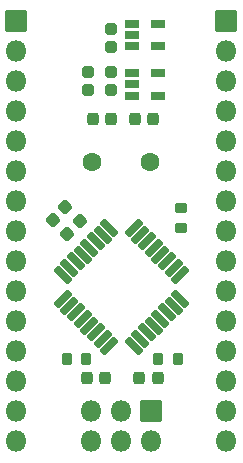
<source format=gbr>
%TF.GenerationSoftware,KiCad,Pcbnew,(6.0.10-0)*%
%TF.CreationDate,2024-10-12T01:55:59-04:00*%
%TF.ProjectId,bareduino,62617265-6475-4696-9e6f-2e6b69636164,rev?*%
%TF.SameCoordinates,Original*%
%TF.FileFunction,Soldermask,Top*%
%TF.FilePolarity,Negative*%
%FSLAX46Y46*%
G04 Gerber Fmt 4.6, Leading zero omitted, Abs format (unit mm)*
G04 Created by KiCad (PCBNEW (6.0.10-0)) date 2024-10-12 01:55:59*
%MOMM*%
%LPD*%
G01*
G04 APERTURE LIST*
G04 Aperture macros list*
%AMRoundRect*
0 Rectangle with rounded corners*
0 $1 Rounding radius*
0 $2 $3 $4 $5 $6 $7 $8 $9 X,Y pos of 4 corners*
0 Add a 4 corners polygon primitive as box body*
4,1,4,$2,$3,$4,$5,$6,$7,$8,$9,$2,$3,0*
0 Add four circle primitives for the rounded corners*
1,1,$1+$1,$2,$3*
1,1,$1+$1,$4,$5*
1,1,$1+$1,$6,$7*
1,1,$1+$1,$8,$9*
0 Add four rect primitives between the rounded corners*
20,1,$1+$1,$2,$3,$4,$5,0*
20,1,$1+$1,$4,$5,$6,$7,0*
20,1,$1+$1,$6,$7,$8,$9,0*
20,1,$1+$1,$8,$9,$2,$3,0*%
G04 Aperture macros list end*
%ADD10RoundRect,0.275000X0.250000X-0.225000X0.250000X0.225000X-0.250000X0.225000X-0.250000X-0.225000X0*%
%ADD11RoundRect,0.275000X-0.250000X0.225000X-0.250000X-0.225000X0.250000X-0.225000X0.250000X0.225000X0*%
%ADD12RoundRect,0.275000X-0.225000X-0.250000X0.225000X-0.250000X0.225000X0.250000X-0.225000X0.250000X0*%
%ADD13RoundRect,0.275000X0.225000X0.250000X-0.225000X0.250000X-0.225000X-0.250000X0.225000X-0.250000X0*%
%ADD14RoundRect,0.268750X-0.218750X-0.256250X0.218750X-0.256250X0.218750X0.256250X-0.218750X0.256250X0*%
%ADD15RoundRect,0.268750X0.218750X0.256250X-0.218750X0.256250X-0.218750X-0.256250X0.218750X-0.256250X0*%
%ADD16RoundRect,0.050000X-0.850000X0.850000X-0.850000X-0.850000X0.850000X-0.850000X0.850000X0.850000X0*%
%ADD17O,1.800000X1.800000*%
%ADD18RoundRect,0.250000X0.200000X0.275000X-0.200000X0.275000X-0.200000X-0.275000X0.200000X-0.275000X0*%
%ADD19RoundRect,0.250000X-0.200000X-0.275000X0.200000X-0.275000X0.200000X0.275000X-0.200000X0.275000X0*%
%ADD20RoundRect,0.250000X-0.275000X0.200000X-0.275000X-0.200000X0.275000X-0.200000X0.275000X0.200000X0*%
%ADD21RoundRect,0.050000X-0.760140X0.371231X0.371231X-0.760140X0.760140X-0.371231X-0.371231X0.760140X0*%
%ADD22RoundRect,0.050000X-0.371231X-0.760140X0.760140X0.371231X0.371231X0.760140X-0.760140X-0.371231X0*%
%ADD23C,1.600000*%
%ADD24RoundRect,0.050000X-0.530000X-0.325000X0.530000X-0.325000X0.530000X0.325000X-0.530000X0.325000X0*%
%ADD25RoundRect,0.275000X0.017678X-0.335876X0.335876X-0.017678X-0.017678X0.335876X-0.335876X0.017678X0*%
%ADD26RoundRect,0.050000X0.850000X0.850000X-0.850000X0.850000X-0.850000X-0.850000X0.850000X-0.850000X0*%
G04 APERTURE END LIST*
D10*
%TO.C,C2*%
X51152578Y-54242000D03*
X51152578Y-52692000D03*
%TD*%
D11*
%TO.C,C3*%
X49247578Y-56375000D03*
X49247578Y-57925000D03*
%TD*%
D12*
%TO.C,C6*%
X49644000Y-60350400D03*
X51194000Y-60350400D03*
%TD*%
D13*
%TO.C,C7*%
X54750000Y-60350400D03*
X53200000Y-60350400D03*
%TD*%
D14*
%TO.C,D1*%
X53568500Y-82296000D03*
X55143500Y-82296000D03*
%TD*%
D15*
%TO.C,D2*%
X50698500Y-82296000D03*
X49123500Y-82296000D03*
%TD*%
D16*
%TO.C,J1*%
X54610000Y-85090000D03*
D17*
X54610000Y-87630000D03*
X52070000Y-85090000D03*
X52070000Y-87630000D03*
X49530000Y-85090000D03*
X49530000Y-87630000D03*
%TD*%
D18*
%TO.C,R1*%
X56832000Y-80645000D03*
X55182000Y-80645000D03*
%TD*%
D19*
%TO.C,R2*%
X47435000Y-80645000D03*
X49085000Y-80645000D03*
%TD*%
D20*
%TO.C,R3*%
X57099200Y-67907400D03*
X57099200Y-69557400D03*
%TD*%
D21*
%TO.C,U3*%
X51044695Y-69563897D03*
X50479010Y-70129583D03*
X49913324Y-70695268D03*
X49347639Y-71260953D03*
X48781953Y-71826639D03*
X48216268Y-72392324D03*
X47650583Y-72958010D03*
X47084897Y-73523695D03*
D22*
X47084897Y-75574305D03*
X47650583Y-76139990D03*
X48216268Y-76705676D03*
X48781953Y-77271361D03*
X49347639Y-77837047D03*
X49913324Y-78402732D03*
X50479010Y-78968417D03*
X51044695Y-79534103D03*
D21*
X53095305Y-79534103D03*
X53660990Y-78968417D03*
X54226676Y-78402732D03*
X54792361Y-77837047D03*
X55358047Y-77271361D03*
X55923732Y-76705676D03*
X56489417Y-76139990D03*
X57055103Y-75574305D03*
D22*
X57055103Y-73523695D03*
X56489417Y-72958010D03*
X55923732Y-72392324D03*
X55358047Y-71826639D03*
X54792361Y-71260953D03*
X54226676Y-70695268D03*
X53660990Y-70129583D03*
X53095305Y-69563897D03*
%TD*%
D23*
%TO.C,Y1*%
X49593500Y-64008000D03*
X54473500Y-64008000D03*
%TD*%
D24*
%TO.C,U2*%
X52973578Y-52263000D03*
X52973578Y-53213000D03*
X52973578Y-54163000D03*
X55173578Y-54163000D03*
X55173578Y-52263000D03*
%TD*%
%TO.C,U1*%
X52973578Y-56454000D03*
X52973578Y-57404000D03*
X52973578Y-58354000D03*
X55173578Y-58354000D03*
X55173578Y-56454000D03*
%TD*%
D25*
%TO.C,C5*%
X46238792Y-68924808D03*
X47334808Y-67828792D03*
%TD*%
D11*
%TO.C,C1*%
X51152578Y-56375000D03*
X51152578Y-57925000D03*
%TD*%
D25*
%TO.C,C4*%
X47447200Y-70104000D03*
X48543216Y-69007984D03*
%TD*%
D26*
%TO.C,J3*%
X60960000Y-52070000D03*
D17*
X60960000Y-54610000D03*
X60960000Y-57150000D03*
X60960000Y-59690000D03*
X60960000Y-62230000D03*
X60960000Y-64770000D03*
X60960000Y-67310000D03*
X60960000Y-69850000D03*
X60960000Y-72390000D03*
X60960000Y-74930000D03*
X60960000Y-77470000D03*
X60960000Y-80010000D03*
X60960000Y-82550000D03*
X60960000Y-85090000D03*
X60960000Y-87630000D03*
%TD*%
D26*
%TO.C,J2*%
X43180000Y-52070000D03*
D17*
X43180000Y-54610000D03*
X43180000Y-57150000D03*
X43180000Y-59690000D03*
X43180000Y-62230000D03*
X43180000Y-64770000D03*
X43180000Y-67310000D03*
X43180000Y-69850000D03*
X43180000Y-72390000D03*
X43180000Y-74930000D03*
X43180000Y-77470000D03*
X43180000Y-80010000D03*
X43180000Y-82550000D03*
X43180000Y-85090000D03*
X43180000Y-87630000D03*
%TD*%
M02*

</source>
